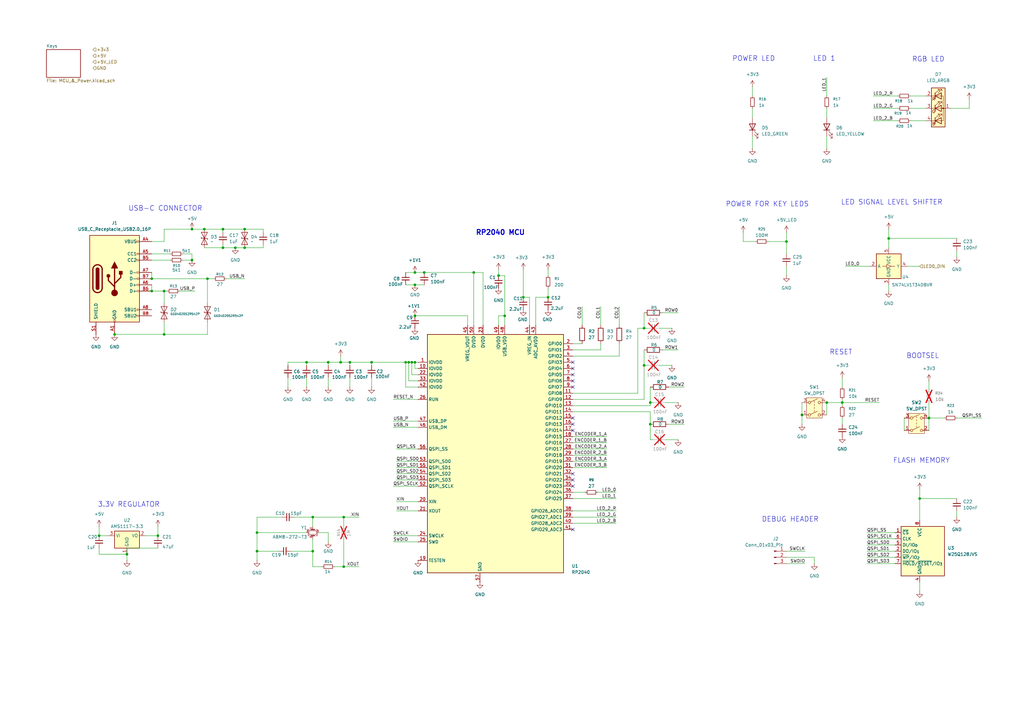
<source format=kicad_sch>
(kicad_sch (version 20250114) (generator "eeschema") (generator_version "9.0")
  (paper "A3")
  (text "RP2040 MCU" (at 205.232 95.504 0) (effects (font (size 2.032 2.032) (thickness 0.4064) (bold yes))))
  (text "LED SIGNAL LEVEL SHIFTER" (at 365.76 83.058 0) (effects (font (size 2.032 2.032))))
  (text "BOOTSEL" (at 378.46 146.05 0) (effects (font (size 2.032 2.032))))
  (text "POWER FOR KEY LEDS" (at 314.706 83.82 0) (effects (font (size 2.032 2.032))))
  (text "USB-C CONNECTOR" (at 67.818 85.598 0) (effects (font (size 2.032 2.032))))
  (text "3.3V REGULATOR" (at 52.832 207.01 0) (effects (font (size 2.032 2.032))))
  (text "RESET" (at 344.932 144.526 0) (effects (font (size 2.032 2.032))))
  (text "POWER LED" (at 309.118 24.13 0) (effects (font (size 2.032 2.032))))
  (text "FLASH MEMORY" (at 377.952 188.976 0) (effects (font (size 2.032 2.032))))
  (text "LED 1" (at 338.074 24.13 0) (effects (font (size 2.032 2.032))))
  (text "RGB LED" (at 380.746 24.384 0) (effects (font (size 2.032 2.032))))
  (text "DEBUG HEADER" (at 324.104 213.106 0) (effects (font (size 2.032 2.032))))
  (junction (at 168.91 148.59))
  (junction (at 170.18 129.54))
  (junction (at 100.33 93.98))
  (junction (at 194.31 111.76))
  (junction (at 105.41 226.06))
  (junction (at 264.16 149.86))
  (junction (at 143.51 148.59))
  (junction (at 91.44 93.98))
  (junction (at 167.64 148.59))
  (junction (at 78.74 93.98))
  (junction (at 166.37 148.59))
  (junction (at 67.31 119.38))
  (junction (at 105.41 218.44))
  (junction (at 204.47 113.03))
  (junction (at 381 171.45))
  (junction (at 134.62 148.59))
  (junction (at 328.93 170.18))
  (junction (at 83.82 93.98))
  (junction (at 322.58 99.06))
  (junction (at 128.27 212.09))
  (junction (at 62.23 119.38))
  (junction (at 207.01 129.54))
  (junction (at 152.4 148.59))
  (junction (at 64.77 219.71))
  (junction (at 85.09 114.3))
  (junction (at 52.07 227.33))
  (junction (at 140.97 232.41))
  (junction (at 78.74 106.68))
  (junction (at 67.31 137.16))
  (junction (at 96.52 101.6))
  (junction (at 100.33 101.6))
  (junction (at 364.49 97.79))
  (junction (at 266.7 165.1))
  (junction (at 46.99 137.16))
  (junction (at 264.16 134.62))
  (junction (at 139.7 148.59))
  (junction (at 377.19 204.47))
  (junction (at 40.64 219.71))
  (junction (at 170.18 116.84))
  (junction (at 128.27 226.06))
  (junction (at 91.44 101.6))
  (junction (at 170.18 111.76))
  (junction (at 173.99 111.76))
  (junction (at 214.63 121.92))
  (junction (at 170.18 148.59))
  (junction (at 140.97 212.09))
  (junction (at 62.23 114.3))
  (junction (at 339.09 165.1))
  (junction (at 224.79 121.92))
  (junction (at 266.7 173.99))
  (junction (at 125.73 148.59))
  (junction (at 345.44 165.1))
  (no_connect (at 234.95 148.59))
  (no_connect (at 234.95 153.67))
  (no_connect (at 234.95 173.99))
  (no_connect (at 234.95 151.13))
  (no_connect (at 234.95 199.39))
  (no_connect (at 234.95 194.31))
  (no_connect (at 234.95 156.21))
  (no_connect (at 234.95 176.53))
  (no_connect (at 234.95 171.45))
  (no_connect (at 234.95 217.17))
  (no_connect (at 234.95 196.85))
  (no_connect (at 234.95 158.75))
  (wire (pts (xy 246.38 125.73) (xy 246.38 133.35)))
  (wire (pts (xy 266.7 168.91) (xy 266.7 173.99)))
  (wire (pts (xy 162.56 205.74) (xy 171.45 205.74)))
  (wire (pts (xy 171.45 151.13) (xy 170.18 151.13)))
  (wire (pts (xy 96.52 101.6) (xy 100.33 101.6)))
  (wire (pts (xy 381 156.21) (xy 381 160.02)))
  (wire (pts (xy 254 140.97) (xy 254 146.05)))
  (wire (pts (xy 264.16 143.51) (xy 264.16 149.86)))
  (wire (pts (xy 355.6 220.98) (xy 367.03 220.98)))
  (wire (pts (xy 377.19 200.66) (xy 377.19 204.47)))
  (wire (pts (xy 166.37 111.76) (xy 170.18 111.76)))
  (wire (pts (xy 143.51 154.94) (xy 143.51 158.75)))
  (wire (pts (xy 264.16 163.83) (xy 264.16 149.86)))
  (wire (pts (xy 125.73 149.86) (xy 125.73 148.59)))
  (wire (pts (xy 339.09 165.1) (xy 339.09 170.18)))
  (wire (pts (xy 355.6 231.14) (xy 367.03 231.14)))
  (wire (pts (xy 304.8 99.06) (xy 309.88 99.06)))
  (wire (pts (xy 140.97 212.09) (xy 140.97 215.9)))
  (wire (pts (xy 219.71 121.92) (xy 224.79 121.92)))
  (wire (pts (xy 234.95 181.61) (xy 248.92 181.61)))
  (wire (pts (xy 217.17 121.92) (xy 214.63 121.92)))
  (wire (pts (xy 105.41 226.06) (xy 114.3 226.06)))
  (wire (pts (xy 358.14 49.53) (xy 368.3 49.53)))
  (wire (pts (xy 162.56 209.55) (xy 171.45 209.55)))
  (wire (pts (xy 322.58 226.06) (xy 330.2 226.06)))
  (wire (pts (xy 105.41 212.09) (xy 105.41 218.44)))
  (wire (pts (xy 266.7 180.34) (xy 267.97 180.34)))
  (wire (pts (xy 85.09 114.3) (xy 87.63 114.3)))
  (wire (pts (xy 377.19 204.47) (xy 392.43 204.47)))
  (wire (pts (xy 128.27 232.41) (xy 132.08 232.41)))
  (wire (pts (xy 128.27 212.09) (xy 140.97 212.09)))
  (wire (pts (xy 345.44 163.83) (xy 345.44 165.1)))
  (wire (pts (xy 234.95 189.23) (xy 248.92 189.23)))
  (wire (pts (xy 140.97 232.41) (xy 147.32 232.41)))
  (wire (pts (xy 140.97 212.09) (xy 147.32 212.09)))
  (wire (pts (xy 345.44 165.1) (xy 360.68 165.1)))
  (wire (pts (xy 266.7 165.1) (xy 267.97 165.1)))
  (wire (pts (xy 271.78 143.51) (xy 278.13 143.51)))
  (wire (pts (xy 346.71 109.22) (xy 356.87 109.22)))
  (wire (pts (xy 162.56 184.15) (xy 171.45 184.15)))
  (wire (pts (xy 345.44 171.45) (xy 345.44 173.99)))
  (wire (pts (xy 168.91 153.67) (xy 168.91 148.59)))
  (wire (pts (xy 59.69 219.71) (xy 64.77 219.71)))
  (wire (pts (xy 322.58 228.6) (xy 334.01 228.6)))
  (wire (pts (xy 364.49 97.79) (xy 364.49 101.6)))
  (wire (pts (xy 115.57 212.09) (xy 105.41 212.09)))
  (wire (pts (xy 214.63 110.49) (xy 214.63 121.92)))
  (wire (pts (xy 118.11 148.59) (xy 125.73 148.59)))
  (wire (pts (xy 166.37 158.75) (xy 166.37 148.59)))
  (wire (pts (xy 246.38 140.97) (xy 246.38 143.51)))
  (wire (pts (xy 308.61 44.45) (xy 308.61 48.26)))
  (wire (pts (xy 264.16 134.62) (xy 265.43 134.62)))
  (wire (pts (xy 170.18 116.84) (xy 173.99 116.84)))
  (wire (pts (xy 304.8 95.25) (xy 304.8 99.06)))
  (wire (pts (xy 62.23 111.76) (xy 62.23 114.3)))
  (wire (pts (xy 73.66 119.38) (xy 80.01 119.38)))
  (wire (pts (xy 85.09 114.3) (xy 85.09 124.46)))
  (wire (pts (xy 339.09 44.45) (xy 339.09 48.26)))
  (wire (pts (xy 339.09 55.88) (xy 339.09 60.96)))
  (wire (pts (xy 162.56 191.77) (xy 171.45 191.77)))
  (wire (pts (xy 40.64 227.33) (xy 52.07 227.33)))
  (wire (pts (xy 161.29 163.83) (xy 171.45 163.83)))
  (wire (pts (xy 234.95 143.51) (xy 246.38 143.51)))
  (wire (pts (xy 234.95 140.97) (xy 238.76 140.97)))
  (wire (pts (xy 128.27 212.09) (xy 120.65 212.09)))
  (wire (pts (xy 364.49 116.84) (xy 364.49 119.38)))
  (wire (pts (xy 377.19 238.76) (xy 377.19 242.57)))
  (wire (pts (xy 355.6 228.6) (xy 367.03 228.6)))
  (wire (pts (xy 261.62 161.29) (xy 261.62 134.62)))
  (wire (pts (xy 107.95 101.6) (xy 100.33 101.6)))
  (wire (pts (xy 224.79 110.49) (xy 224.79 113.03)))
  (wire (pts (xy 162.56 189.23) (xy 171.45 189.23)))
  (wire (pts (xy 161.29 175.26) (xy 171.45 175.26)))
  (wire (pts (xy 234.95 166.37) (xy 266.7 166.37)))
  (wire (pts (xy 358.14 44.45) (xy 368.3 44.45)))
  (wire (pts (xy 134.62 218.44) (xy 134.62 222.25)))
  (wire (pts (xy 373.38 49.53) (xy 379.73 49.53)))
  (wire (pts (xy 345.44 154.94) (xy 345.44 158.75)))
  (wire (pts (xy 194.31 111.76) (xy 194.31 133.35)))
  (wire (pts (xy 381 171.45) (xy 387.35 171.45)))
  (wire (pts (xy 170.18 151.13) (xy 170.18 148.59)))
  (wire (pts (xy 234.95 201.93) (xy 240.03 201.93)))
  (wire (pts (xy 67.31 137.16) (xy 67.31 132.08)))
  (wire (pts (xy 364.49 93.98) (xy 364.49 97.79)))
  (wire (pts (xy 152.4 154.94) (xy 152.4 158.75)))
  (wire (pts (xy 152.4 149.86) (xy 152.4 148.59)))
  (wire (pts (xy 67.31 119.38) (xy 68.58 119.38)))
  (wire (pts (xy 389.89 44.45) (xy 397.51 44.45)))
  (wire (pts (xy 78.74 93.98) (xy 83.82 93.98)))
  (wire (pts (xy 339.09 165.1) (xy 345.44 165.1)))
  (wire (pts (xy 266.7 173.99) (xy 266.7 180.34)))
  (wire (pts (xy 373.38 39.37) (xy 379.73 39.37)))
  (wire (pts (xy 161.29 222.25) (xy 171.45 222.25)))
  (wire (pts (xy 173.99 111.76) (xy 194.31 111.76)))
  (wire (pts (xy 152.4 148.59) (xy 166.37 148.59)))
  (wire (pts (xy 334.01 228.6) (xy 334.01 231.14)))
  (wire (pts (xy 207.01 113.03) (xy 204.47 113.03)))
  (wire (pts (xy 91.44 93.98) (xy 91.44 95.25)))
  (wire (pts (xy 345.44 165.1) (xy 345.44 166.37)))
  (wire (pts (xy 62.23 99.06) (xy 67.31 99.06)))
  (wire (pts (xy 219.71 133.35) (xy 219.71 121.92)))
  (wire (pts (xy 372.11 109.22) (xy 377.19 109.22)))
  (wire (pts (xy 234.95 161.29) (xy 261.62 161.29)))
  (wire (pts (xy 105.41 218.44) (xy 105.41 226.06)))
  (wire (pts (xy 170.18 148.59) (xy 168.91 148.59)))
  (wire (pts (xy 91.44 100.33) (xy 91.44 101.6)))
  (wire (pts (xy 224.79 118.11) (xy 224.79 121.92)))
  (wire (pts (xy 91.44 93.98) (xy 100.33 93.98)))
  (wire (pts (xy 270.51 149.86) (xy 275.59 149.86)))
  (wire (pts (xy 52.07 227.33) (xy 52.07 229.87)))
  (wire (pts (xy 40.64 219.71) (xy 44.45 219.71)))
  (wire (pts (xy 194.31 111.76) (xy 198.12 111.76)))
  (wire (pts (xy 273.05 165.1) (xy 278.13 165.1)))
  (wire (pts (xy 166.37 116.84) (xy 170.18 116.84)))
  (wire (pts (xy 171.45 148.59) (xy 170.18 148.59)))
  (wire (pts (xy 46.99 137.16) (xy 67.31 137.16)))
  (wire (pts (xy 314.96 99.06) (xy 322.58 99.06)))
  (wire (pts (xy 381 165.1) (xy 381 171.45)))
  (wire (pts (xy 67.31 93.98) (xy 67.31 99.06)))
  (wire (pts (xy 322.58 99.06) (xy 322.58 104.14)))
  (wire (pts (xy 170.18 111.76) (xy 173.99 111.76)))
  (wire (pts (xy 270.51 134.62) (xy 275.59 134.62)))
  (wire (pts (xy 322.58 95.25) (xy 322.58 99.06)))
  (wire (pts (xy 191.77 133.35) (xy 191.77 129.54)))
  (wire (pts (xy 207.01 133.35) (xy 207.01 129.54)))
  (wire (pts (xy 234.95 209.55) (xy 252.73 209.55)))
  (wire (pts (xy 234.95 163.83) (xy 264.16 163.83)))
  (wire (pts (xy 105.41 218.44) (xy 125.73 218.44)))
  (wire (pts (xy 238.76 125.73) (xy 238.76 133.35)))
  (wire (pts (xy 271.78 128.27) (xy 278.13 128.27)))
  (wire (pts (xy 308.61 55.88) (xy 308.61 60.96)))
  (wire (pts (xy 161.29 172.72) (xy 171.45 172.72)))
  (wire (pts (xy 100.33 93.98) (xy 107.95 93.98)))
  (wire (pts (xy 322.58 109.22) (xy 322.58 113.03)))
  (wire (pts (xy 322.58 231.14) (xy 330.2 231.14)))
  (wire (pts (xy 234.95 168.91) (xy 266.7 168.91)))
  (wire (pts (xy 118.11 149.86) (xy 118.11 148.59)))
  (wire (pts (xy 204.47 110.49) (xy 204.47 113.03)))
  (wire (pts (xy 364.49 97.79) (xy 392.43 97.79)))
  (wire (pts (xy 64.77 224.79) (xy 52.07 224.79)))
  (wire (pts (xy 52.07 224.79) (xy 52.07 227.33)))
  (wire (pts (xy 91.44 101.6) (xy 96.52 101.6)))
  (wire (pts (xy 273.05 180.34) (xy 278.13 180.34)))
  (wire (pts (xy 234.95 184.15) (xy 248.92 184.15)))
  (wire (pts (xy 62.23 116.84) (xy 62.23 119.38)))
  (wire (pts (xy 140.97 220.98) (xy 140.97 232.41)))
  (wire (pts (xy 392.43 102.87) (xy 392.43 105.41)))
  (wire (pts (xy 234.95 146.05) (xy 254 146.05)))
  (wire (pts (xy 105.41 226.06) (xy 105.41 229.87)))
  (wire (pts (xy 128.27 226.06) (xy 128.27 232.41)))
  (wire (pts (xy 339.09 31.75) (xy 339.09 39.37)))
  (wire (pts (xy 134.62 154.94) (xy 134.62 158.75)))
  (wire (pts (xy 161.29 219.71) (xy 171.45 219.71)))
  (wire (pts (xy 266.7 165.1) (xy 266.7 166.37)))
  (wire (pts (xy 204.47 129.54) (xy 204.47 133.35)))
  (wire (pts (xy 74.93 104.14) (xy 78.74 104.14)))
  (wire (pts (xy 67.31 93.98) (xy 78.74 93.98)))
  (wire (pts (xy 162.56 194.31) (xy 171.45 194.31)))
  (wire (pts (xy 261.62 134.62) (xy 264.16 134.62)))
  (wire (pts (xy 85.09 132.08) (xy 85.09 137.16)))
  (wire (pts (xy 64.77 215.9) (xy 64.77 219.71)))
  (wire (pts (xy 67.31 119.38) (xy 67.31 124.46)))
  (wire (pts (xy 358.14 39.37) (xy 368.3 39.37)))
  (wire (pts (xy 191.77 129.54) (xy 170.18 129.54)))
  (wire (pts (xy 78.74 104.14) (xy 78.74 106.68)))
  (wire (pts (xy 234.95 191.77) (xy 248.92 191.77)))
  (wire (pts (xy 355.6 223.52) (xy 367.03 223.52)))
  (wire (pts (xy 134.62 148.59) (xy 125.73 148.59)))
  (wire (pts (xy 128.27 215.9) (xy 128.27 212.09)))
  (wire (pts (xy 139.7 148.59) (xy 134.62 148.59)))
  (wire (pts (xy 107.95 100.33) (xy 107.95 101.6)))
  (wire (pts (xy 234.95 204.47) (xy 252.73 204.47)))
  (wire (pts (xy 128.27 220.98) (xy 128.27 226.06)))
  (wire (pts (xy 107.95 93.98) (xy 107.95 95.25)))
  (wire (pts (xy 40.64 224.79) (xy 40.64 227.33)))
  (wire (pts (xy 168.91 148.59) (xy 167.64 148.59)))
  (wire (pts (xy 198.12 111.76) (xy 198.12 133.35)))
  (wire (pts (xy 217.17 133.35) (xy 217.17 121.92)))
  (wire (pts (xy 204.47 129.54) (xy 207.01 129.54)))
  (wire (pts (xy 234.95 214.63) (xy 252.73 214.63)))
  (wire (pts (xy 74.93 106.68) (xy 78.74 106.68)))
  (wire (pts (xy 264.16 149.86) (xy 265.43 149.86)))
  (wire (pts (xy 355.6 226.06) (xy 367.03 226.06)))
  (wire (pts (xy 171.45 153.67) (xy 168.91 153.67)))
  (wire (pts (xy 119.38 226.06) (xy 128.27 226.06)))
  (wire (pts (xy 40.64 215.9) (xy 40.64 219.71)))
  (wire (pts (xy 161.29 199.39) (xy 171.45 199.39)))
  (wire (pts (xy 355.6 218.44) (xy 367.03 218.44)))
  (wire (pts (xy 266.7 158.75) (xy 266.7 165.1)))
  (wire (pts (xy 234.95 179.07) (xy 248.92 179.07)))
  (wire (pts (xy 125.73 154.94) (xy 125.73 158.75)))
  (wire (pts (xy 392.43 171.45) (xy 402.59 171.45)))
  (wire (pts (xy 245.11 201.93) (xy 252.73 201.93)))
  (wire (pts (xy 167.64 156.21) (xy 167.64 148.59)))
  (wire (pts (xy 62.23 106.68) (xy 69.85 106.68)))
  (wire (pts (xy 234.95 186.69) (xy 248.92 186.69)))
  (wire (pts (xy 85.09 137.16) (xy 67.31 137.16)))
  (wire (pts (xy 381 171.45) (xy 381 176.53)))
  (wire (pts (xy 373.38 44.45) (xy 379.73 44.45)))
  (wire (pts (xy 392.43 209.55) (xy 392.43 212.09)))
  (wire (pts (xy 377.19 204.47) (xy 377.19 213.36)))
  (wire (pts (xy 308.61 35.56) (xy 308.61 39.37)))
  (wire (pts (xy 62.23 114.3) (xy 85.09 114.3)))
  (wire (pts (xy 167.64 148.59) (xy 166.37 148.59)))
  (wire (pts (xy 152.4 148.59) (xy 143.51 148.59)))
  (wire (pts (xy 397.51 40.64) (xy 397.51 44.45)))
  (wire (pts (xy 134.62 149.86) (xy 134.62 148.59)))
  (wire (pts (xy 137.16 232.41) (xy 140.97 232.41)))
  (wire (pts (xy 130.81 218.44) (xy 134.62 218.44)))
  (wire (pts (xy 234.95 212.09) (xy 252.73 212.09)))
  (wire (pts (xy 83.82 93.98) (xy 91.44 93.98)))
  (wire (pts (xy 92.71 114.3) (xy 100.33 114.3)))
  (wire (pts (xy 171.45 158.75) (xy 166.37 158.75)))
  (wire (pts (xy 264.16 128.27) (xy 264.16 134.62)))
  (wire (pts (xy 254 125.73) (xy 254 133.35)))
  (wire (pts (xy 274.32 173.99) (xy 280.67 173.99)))
  (wire (pts (xy 370.84 171.45) (xy 370.84 176.53)))
  (wire (pts (xy 162.56 196.85) (xy 171.45 196.85)))
  (wire (pts (xy 83.82 101.6) (xy 91.44 101.6)))
  (wire (pts (xy 62.23 104.14) (xy 69.85 104.14)))
  (wire (pts (xy 118.11 154.94) (xy 118.11 158.75)))
  (wire (pts (xy 328.93 170.18) (xy 328.93 173.99)))
  (wire (pts (xy 143.51 149.86) (xy 143.51 148.59)))
  (wire (pts (xy 62.23 119.38) (xy 67.31 119.38)))
  (wire (pts (xy 143.51 148.59) (xy 139.7 148.59)))
  (wire (pts (xy 139.7 146.05) (xy 139.7 148.59)))
  (wire (pts (xy 274.32 158.75) (xy 280.67 158.75)))
  (wire (pts (xy 207.01 129.54) (xy 207.01 113.03)))
  (wire (pts (xy 171.45 156.21) (xy 167.64 156.21)))
  (wire (pts (xy 328.93 165.1) (xy 328.93 170.18)))
  (label "USB_N" (at 100.33 114.3 180))
  (label "USB_N" (at 161.29 175.26 0))
  (label "QSPI_SS" (at 355.6 218.44 0))
  (label "ROW1" (at 278.13 143.51 180))
  (label "LED_0" (at 252.73 201.93 180))
  (label "QSPI_SD3" (at 162.56 196.85 0))
  (label "LED_0" (at 346.71 109.22 0))
  (label "QSPI_SD0" (at 355.6 223.52 0))
  (label "RESET_N" (at 161.29 163.83 0))
  (label "USB_P" (at 161.29 172.72 0))
  (label "SWDIO" (at 161.29 222.25 0))
  (label "SWCLK" (at 161.29 219.71 0))
  (label "LED_1" (at 339.09 31.75 270))
  (label "ENCODER_3_A" (at 248.92 189.23 180))
  (label "LED_2_B" (at 252.73 214.63 180))
  (label "QSPI_SS" (at 402.59 171.45 180))
  (label "ROW0" (at 278.13 128.27 180))
  (label "SWCLK" (at 330.2 226.06 180))
  (label "LED_2_R" (at 358.14 39.37 0))
  (label "COL0" (at 238.76 125.73 270))
  (label "ROW2" (at 280.67 158.75 180))
  (label "XIN" (at 162.56 205.74 0))
  (label "QSPI_SD3" (at 355.6 231.14 0))
  (label "ENCODER_1_A" (at 248.92 179.07 180))
  (label "LED_1" (at 252.73 204.47 180))
  (label "COL2" (at 254 125.73 270))
  (label "QSPI_SCLK" (at 161.29 199.39 0))
  (label "XOUT" (at 162.56 209.55 0))
  (label "QSPI_SD0" (at 162.56 189.23 0))
  (label "QSPI_SD2" (at 355.6 228.6 0))
  (label "ENCODER_3_B" (at 248.92 191.77 180))
  (label "QSPI_SS" (at 162.56 184.15 0))
  (label "COL1" (at 246.38 125.73 270))
  (label "QSPI_SCLK" (at 355.6 220.98 0))
  (label "QSPI_SD1" (at 162.56 191.77 0))
  (label "ENCODER_2_A" (at 248.92 184.15 180))
  (label "XIN" (at 147.32 212.09 180))
  (label "LED_2_G" (at 358.14 44.45 0))
  (label "QSPI_SD1" (at 355.6 226.06 0))
  (label "QSPI_SD2" (at 162.56 194.31 0))
  (label "XOUT" (at 147.32 232.41 180))
  (label "ROW3" (at 280.67 173.99 180))
  (label "ENCODER_2_B" (at 248.92 186.69 180))
  (label "RESET" (at 360.68 165.1 180))
  (label "LED_2_B" (at 358.14 49.53 0))
  (label "USB_P" (at 80.01 119.38 180))
  (label "SWDIO" (at 330.2 231.14 180))
  (label "LED_2_R" (at 252.73 209.55 180))
  (label "ENCODER_1_B" (at 248.92 181.61 180))
  (label "LED_2_G" (at 252.73 212.09 180))
  (hierarchical_label "GND" (shape input) (at 38.1 27.94 0))
  (hierarchical_label "+3v3" (shape input) (at 38.1 20.32 0))
  (hierarchical_label "+5V_LED" (shape input) (at 38.1 25.4 0))
  (hierarchical_label "+5V" (shape input) (at 38.1 22.86 0))
  (hierarchical_label "LED0_DIN" (shape input) (at 377.19 109.22 0))
  (symbol (lib_id "power:GND") (at 345.44 179.07 0) (unit 1)
    (property "Reference" "#PWR045" (effects (hide yes)))
    (property "Value" "GND" (at 345.44 184.15 0))
    (property "Description" "Power symbol creates a global label with name \"GND\" , ground" (effects (hide yes)))
  )
  (symbol (lib_id "Device:R_Small") (at 134.62 232.41 90) (unit 1)
    (property "Reference" "R14" (at 134.62 230.378 90) (effects (font (size 1.016 1.016))))
    (property "Value" "1k" (at 134.366 234.442 90))
    (property "Description" "Resistor, small symbol" (effects (hide yes)))
  )
  (symbol (lib_id "power:GND") (at 170.18 116.84 0) (unit 1)
    (property "Reference" "#PWR06" (effects (hide yes)))
    (property "Value" "GND" (at 170.18 120.904 0))
    (property "Description" "Power symbol creates a global label with name \"GND\" , ground" (effects (hide yes)))
  )
  (symbol (lib_id "Device:C_Small") (at 270.51 165.1 90) (unit 1) (dnp yes)
    (property "Reference" "C15" (at 270.51 161.798 90))
    (property "Value" "100nF" (at 270.764 168.91 90))
    (property "Description" "Unpolarized capacitor, small symbol" (effects (hide yes)))
  )
  (symbol (lib_id "power:GND") (at 105.41 229.87 0) (unit 1)
    (property "Reference" "#PWR028" (effects (hide yes)))
    (property "Value" "GND" (at 105.41 234.95 0))
    (property "Description" "Power symbol creates a global label with name \"GND\" , ground" (effects (hide yes)))
  )
  (symbol (lib_id "Device:C_Small") (at 267.97 149.86 90) (unit 1) (dnp yes)
    (property "Reference" "C14" (at 267.97 146.558 90))
    (property "Value" "100nF" (at 268.224 153.67 90))
    (property "Description" "Unpolarized capacitor, small symbol" (effects (hide yes)))
  )
  (symbol (lib_id "Device:C_Small") (at 392.43 207.01 0) (unit 1)
    (property "Reference" "C22" (at 394.97 205.7462 0) (effects (justify left)))
    (property "Value" "100nF" (at 394.97 208.2862 0) (effects (justify left)))
    (property "Description" "Unpolarized capacitor, small symbol" (effects (hide yes)))
  )
  (symbol (lib_id "power:GND") (at 134.62 158.75 0) (unit 1)
    (property "Reference" "#PWR08" (effects (hide yes)))
    (property "Value" "GND" (at 134.62 163.83 0))
    (property "Description" "Power symbol creates a global label with name \"GND\" , ground" (effects (hide yes)))
  )
  (symbol (lib_id "Device:C_Small") (at 170.18 132.08 0) (unit 1)
    (property "Reference" "C9" (at 166.624 130.302 0) (effects (justify left)))
    (property "Value" "2.2uF" (at 163.576 134.112 0) (effects (justify left)))
    (property "Description" "Unpolarized capacitor, small symbol" (effects (hide yes)))
  )
  (symbol (lib_id "power:GND") (at 275.59 149.86 0) (unit 1)
    (property "Reference" "#PWR021" (effects (hide yes)))
    (property "Value" "GND" (at 275.59 154.94 0))
    (property "Description" "Power symbol creates a global label with name \"GND\" , ground" (effects (hide yes)))
  )
  (symbol (lib_id "power:GND") (at 278.13 180.34 0) (unit 1)
    (property "Reference" "#PWR023" (effects (hide yes)))
    (property "Value" "GND" (at 278.13 185.42 0))
    (property "Description" "Power symbol creates a global label with name \"GND\" , ground" (effects (hide yes)))
  )
  (symbol (lib_id "Device:R_Small") (at 72.39 104.14 90) (unit 1)
    (property "Reference" "R11" (at 68.58 102.87 90) (effects (font (size 1.016 1.016))))
    (property "Value" "5k1" (at 76.454 102.87 90))
    (property "Description" "Resistor, small symbol" (effects (hide yes)))
  )
  (symbol (lib_id "Device:C_Small") (at 270.51 180.34 90) (unit 1) (dnp yes)
    (property "Reference" "C16" (at 270.51 177.038 90))
    (property "Value" "100nF" (at 270.764 184.15 90))
    (property "Description" "Unpolarized capacitor, small symbol" (effects (hide yes)))
  )
  (symbol (lib_id "power:+5V") (at 78.74 93.98 0) (unit 1)
    (property "Reference" "#PWR025" (effects (hide yes)))
    (property "Value" "+5V" (at 78.74 89.662 0))
    (property "Description" "Power symbol creates a global label with name \"+5V\"" (effects (hide yes)))
  )
  (symbol (lib_id "power:GND") (at 334.01 231.14 0) (unit 1)
    (property "Reference" "#PWR047" (effects (hide yes)))
    (property "Value" "GND" (at 334.01 236.22 0))
    (property "Description" "Power symbol creates a global label with name \"GND\" , ground" (effects (hide yes)))
  )
  (symbol (lib_id "Device:C_Small") (at 345.44 176.53 180) (unit 1)
    (property "Reference" "C24" (at 347.98 175.2535 0) (effects (justify right)))
    (property "Value" "100nF" (at 347.98 177.7935 0) (effects (justify right)))
    (property "Description" "Unpolarized capacitor, small symbol" (effects (hide yes)))
  )
  (symbol (lib_id "power:+3V3") (at 214.63 110.49 0) (unit 1)
    (property "Reference" "#PWR015" (effects (hide yes)))
    (property "Value" "+3V3" (at 213.868 105.664 0))
    (property "Description" "Power symbol creates a global label with name \"+3V3\"" (effects (hide yes)))
  )
  (symbol (lib_id "power:+3V3") (at 377.19 200.66 0) (unit 1)
    (property "Reference" "#PWR038" (effects (hide yes)))
    (property "Value" "+3V3" (at 377.19 195.58 0))
    (property "Description" "Power symbol creates a global label with name \"+3V3\"" (effects (hide yes)))
  )
  (symbol (lib_id "power:GND") (at 204.47 118.11 0) (unit 1)
    (property "Reference" "#PWR01" (effects (hide yes)))
    (property "Value" "GND" (at 204.47 123.19 0))
    (property "Description" "Power symbol creates a global label with name \"GND\" , ground" (effects (hide yes)))
  )
  (symbol (lib_id "power:GND") (at 339.09 60.96 0) (unit 1)
    (property "Reference" "#PWR035" (effects (hide yes)))
    (property "Value" "GND" (at 339.09 66.04 0))
    (property "Description" "Power symbol creates a global label with name \"GND\" , ground" (effects (hide yes)))
  )
  (symbol (lib_id "power:+5V") (at 364.49 93.98 0) (unit 1)
    (property "Reference" "#PWR041" (effects (hide yes)))
    (property "Value" "+5V" (at 364.49 88.9 0))
    (property "Description" "Power symbol creates a global label with name \"+5V\"" (effects (hide yes)))
  )
  (symbol (lib_id "Device:C_Small") (at 91.44 97.79 0) (unit 1)
    (property "Reference" "C17" (at 93.98 96.5262 0) (effects (justify left)))
    (property "Value" "1uF" (at 93.98 99.0662 0) (effects (justify left)))
    (property "Description" "Unpolarized capacitor, small symbol" (effects (hide yes)))
  )
  (symbol (lib_id "Device:R") (at 238.76 137.16 180) (unit 1)
    (property "Reference" "R2" (at 241.3 135.8899 0) (effects (justify right)))
    (property "Value" "27" (at 241.3 138.4299 0) (effects (justify right)))
    (property "Description" "Resistor" (effects (hide yes)))
  )
  (symbol (lib_id "Device:C_Small") (at 173.99 114.3 0) (unit 1)
    (property "Reference" "C7" (at 176.53 113.0362 0) (effects (justify left)))
    (property "Value" "100nF" (at 176.53 115.5762 0) (effects (justify left)))
    (property "Description" "Unpolarized capacitor, small symbol" (effects (hide yes)))
  )
  (symbol (lib_id "Device:R") (at 270.51 173.99 270) (unit 1)
    (property "Reference" "R8" (at 270.764 171.958 90))
    (property "Value" "0" (at 270.764 173.99 90))
    (property "Description" "Resistor" (effects (hide yes)))
  )
  (symbol (lib_id "power:+5V") (at 304.8 95.25 0) (unit 1)
    (property "Reference" "#PWR048" (effects (hide yes)))
    (property "Value" "+5V" (at 304.8 90.17 0))
    (property "Description" "Power symbol creates a global label with name \"+5V\"" (effects (hide yes)))
  )
  (symbol (lib_id "power:GND") (at 224.79 127 0) (unit 1)
    (property "Reference" "#PWR017" (effects (hide yes)))
    (property "Value" "GND" (at 224.536 131.064 0))
    (property "Description" "Power symbol creates a global label with name \"GND\" , ground" (effects (hide yes)))
  )
  (symbol (lib_id "Diode:SMAJ5.0CA") (at 100.33 97.79 90) (unit 1)
    (property "Reference" "D4" (at 102.87 97.1549 90) (effects (justify right)))
    (property "Value" "~" (at 102.87 99.06 90) (effects (justify right)))
    (property "Footprint" "Diode_SMD:D_SMA" (effects (hide yes)))
    (property "Datasheet" "https://www.littelfuse.com/media?resourcetype=datasheets&itemid=75e32973-b177-4ee3-a0ff-cedaf1abdb93&filename=smaj-datasheet" (effects (hide yes)))
    (property "Description" "400W bidirectional Transient Voltage Suppressor, 5.0Vr, SMA(DO-214AC)" (effects (hide yes)))
  )
  (symbol (lib_id "Device:Crystal_GND24_Small") (at 128.27 218.44 270) (unit 1)
    (property "Reference" "Y1" (at 124.714 216.408 90))
    (property "Value" "ABM8-272-T3" (at 118.872 220.218 90))
    (property "Description" "Four pin crystal, GND on pins 2 and 4, small symbol" (effects (hide yes)))
  )
  (symbol (lib_id "Connector:Conn_01x03_Pin") (at 317.5 228.6 0) (unit 1)
    (property "Reference" "J2" (at 318.135 220.98 0))
    (property "Value" "Conn_01x03_Pin" (at 313.436 223.52 0))
    (property "Description" "Generic connector, single row, 01x03, script generated" (effects (hide yes)))
  )
  (symbol (lib_id "power:GND") (at 134.62 222.25 0) (unit 1)
    (property "Reference" "#PWR029" (effects (hide yes)))
    (property "Value" "GND" (at 134.62 226.06 0))
    (property "Description" "Power symbol creates a global label with name \"GND\" , ground" (effects (hide yes)))
  )
  (symbol (lib_id "power:+3V3") (at 204.47 110.49 0) (unit 1)
    (property "Reference" "#PWR02" (effects (hide yes)))
    (property "Value" "+3V3" (at 204.47 105.41 0))
    (property "Description" "Power symbol creates a global label with name \"+3V3\"" (effects (hide yes)))
  )
  (symbol (lib_id "power:GND") (at 39.37 137.16 0) (unit 1)
    (property "Reference" "#PWR019" (effects (hide yes)))
    (property "Value" "GND" (at 39.37 142.24 0))
    (property "Description" "Power symbol creates a global label with name \"GND\" , ground" (effects (hide yes)))
  )
  (symbol (lib_id "Device:C_Small") (at 116.84 226.06 90) (unit 1)
    (property "Reference" "C19" (at 115.316 227.584 90) (effects (justify left)))
    (property "Value" "15pF" (at 122.682 227.584 90) (effects (justify left)))
    (property "Description" "Unpolarized capacitor, small symbol" (effects (hide yes)))
  )
  (symbol (lib_id "power:GND") (at 364.49 119.38 0) (unit 1)
    (property "Reference" "#PWR040" (effects (hide yes)))
    (property "Value" "GND" (at 364.49 124.46 0))
    (property "Description" "Power symbol creates a global label with name \"GND\" , ground" (effects (hide yes)))
  )
  (symbol (lib_id "Device:C_Small") (at 267.97 134.62 90) (unit 1) (dnp yes)
    (property "Reference" "C13" (at 267.97 131.318 90))
    (property "Value" "100nF" (at 268.224 138.43 90))
    (property "Description" "Unpolarized capacitor, small symbol" (effects (hide yes)))
  )
  (symbol (lib_id "Device:R_Small") (at 224.79 115.57 0) (unit 1)
    (property "Reference" "R1" (at 227.33 114.2999 0) (effects (font (size 1.016 1.016)) (justify left)))
    (property "Value" "200" (at 227.33 116.8399 0) (effects (justify left)))
    (property "Description" "Resistor, small symbol" (effects (hide yes)))
  )
  (symbol (lib_id "power:GND") (at 328.93 173.99 0) (unit 1)
    (property "Reference" "#PWR043" (effects (hide yes)))
    (property "Value" "GND" (at 328.93 179.07 0))
    (property "Description" "Power symbol creates a global label with name \"GND\" , ground" (effects (hide yes)))
  )
  (symbol (lib_id "power:GND") (at 392.43 212.09 0) (unit 1)
    (property "Reference" "#PWR039" (effects (hide yes)))
    (property "Value" "GND" (at 392.43 217.17 0))
    (property "Description" "Power symbol creates a global label with name \"GND\" , ground" (effects (hide yes)))
  )
  (symbol (lib_id "Device:R") (at 246.38 137.16 180) (unit 1)
    (property "Reference" "R3" (at 248.92 135.8899 0) (effects (justify right)))
    (property "Value" "27" (at 248.92 138.4299 0) (effects (justify right)))
    (property "Description" "Resistor" (effects (hide yes)))
  )
  (symbol (lib_id "Diode:SMAJ5.0CA") (at 83.82 97.79 90) (unit 1)
    (property "Reference" "D3" (at 86.36 97.1549 90) (effects (justify right)))
    (property "Value" "~" (at 86.36 99.06 90) (effects (justify right)))
    (property "Footprint" "Diode_SMD:D_SMA" (effects (hide yes)))
    (property "Datasheet" "https://www.littelfuse.com/media?resourcetype=datasheets&itemid=75e32973-b177-4ee3-a0ff-cedaf1abdb93&filename=smaj-datasheet" (effects (hide yes)))
    (property "Description" "400W bidirectional Transient Voltage Suppressor, 5.0Vr, SMA(DO-214AC)" (effects (hide yes)))
  )
  (symbol (lib_id "Device:C_Small") (at 64.77 222.25 0) (unit 1)
    (property "Reference" "C21" (at 66.548 220.218 0) (effects (justify left)))
    (property "Value" "47uF" (at 66.548 224.282 0) (effects (justify left)))
    (property "Description" "Unpolarized capacitor, small symbol" (effects (hide yes)))
  )
  (symbol (lib_id "Device:LED_ARGB") (at 384.81 44.45 0) (unit 1)
    (property "Reference" "D7" (at 384.81 30.48 0))
    (property "Value" "LED_ARGB" (at 384.81 33.02 0))
    (property "Description" "RGB LED, anode/red/green/blue" (effects (hide yes)))
  )
  (symbol (lib_id "power:GND") (at 214.63 127 0) (unit 1)
    (property "Reference" "#PWR016" (effects (hide yes)))
    (property "Value" "GND" (at 214.376 131.064 0))
    (property "Description" "Power symbol creates a global label with name \"GND\" , ground" (effects (hide yes)))
  )
  (symbol (lib_id "Device:C_Small") (at 118.11 152.4 0) (unit 1)
    (property "Reference" "C6" (at 120.396 152.4 0) (effects (justify left)))
    (property "Value" "100nF" (at 119.634 154.686 0) (effects (justify left)))
    (property "Description" "Unpolarized capacitor, small symbol" (effects (hide yes)))
  )
  (symbol (lib_id "Device:C_Small") (at 125.73 152.4 0) (unit 1)
    (property "Reference" "C5" (at 128.016 152.4 0) (effects (justify left)))
    (property "Value" "100nF" (at 127.254 154.686 0) (effects (justify left)))
    (property "Description" "Unpolarized capacitor, small symbol" (effects (hide yes)))
  )
  (symbol (lib_id "Device:R_Small") (at 140.97 218.44 180) (unit 1) (dnp yes)
    (property "Reference" "R15" (at 138.938 218.44 90) (effects (font (size 1.016 1.016))))
    (property "Value" "1M" (at 143.002 218.694 90))
    (property "Description" "Resistor, small symbol" (effects (hide yes)))
  )
  (symbol (lib_id "Device:C_Small") (at 118.11 212.09 90) (unit 1)
    (property "Reference" "C10" (at 116.84 210.566 90) (effects (justify left)))
    (property "Value" "15pF" (at 123.952 210.566 90) (effects (justify left)))
    (property "Description" "Unpolarized capacitor, small symbol" (effects (hide yes)))
  )
  (symbol (lib_id "Device:C_Small") (at 143.51 152.4 0) (unit 1)
    (property "Reference" "C3" (at 145.796 152.4 0) (effects (justify left)))
    (property "Value" "100nF" (at 145.034 154.686 0) (effects (justify left)))
    (property "Description" "Unpolarized capacitor, small symbol" (effects (hide yes)))
  )
  (symbol (lib_id "Device:R_Small") (at 71.12 119.38 90) (unit 1)
    (property "Reference" "R13" (at 71.12 117.348 90) (effects (font (size 1.016 1.016))))
    (property "Value" "27" (at 71.12 121.666 90))
    (property "Description" "Resistor, small symbol" (effects (hide yes)))
  )
  (symbol (lib_id "Device:R_Small") (at 370.84 49.53 90) (unit 1)
    (property "Reference" "R20" (at 369.062 51.816 90) (effects (font (size 1.016 1.016))))
    (property "Value" "1k" (at 373.126 51.562 90))
    (property "Description" "Resistor, small symbol" (effects (hide yes)))
  )
  (symbol (lib_id "power:+3V3") (at 170.18 129.54 0) (unit 1)
    (property "Reference" "#PWR014" (effects (hide yes)))
    (property "Value" "+1V1" (at 169.672 125.476 0))
    (property "Description" "Power symbol creates a global label with name \"+3V3\"" (effects (hide yes)))
  )
  (symbol (lib_id "Device:R") (at 267.97 128.27 270) (unit 1)
    (property "Reference" "R5" (at 268.224 126.238 90))
    (property "Value" "0" (at 268.224 128.27 90))
    (property "Description" "Resistor" (effects (hide yes)))
  )
  (symbol (lib_id "Switch:SW_DPST") (at 334.01 167.64 0) (unit 1)
    (property "Reference" "SW1" (at 334.01 158.75 0))
    (property "Value" "SW_DPST" (at 334.01 161.29 0))
    (property "Description" "Double Pole Single Throw (DPST) Switch" (effects (hide yes)))
  )
  (symbol (lib_id "power:GND") (at 308.61 60.96 0) (unit 1)
    (property "Reference" "#PWR033" (effects (hide yes)))
    (property "Value" "GND" (at 308.61 66.04 0))
    (property "Description" "Power symbol creates a global label with name \"GND\" , ground" (effects (hide yes)))
  )
  (symbol (lib_id "Device:R_Small") (at 381 162.56 0) (unit 1) (dnp yes)
    (property "Reference" "R24" (at 383.54 161.2899 0) (effects (font (size 1.016 1.016)) (justify left)))
    (property "Value" "10k" (at 383.54 163.8299 0) (effects (justify left)))
    (property "Description" "Resistor, small symbol" (effects (hide yes)))
  )
  (symbol (lib_id "power:+3V3") (at 308.61 35.56 0) (unit 1)
    (property "Reference" "#PWR034" (effects (hide yes)))
    (property "Value" "+3V3" (at 308.61 30.48 0))
    (property "Description" "Power symbol creates a global label with name \"+3V3\"" (effects (hide yes)))
  )
  (symbol (lib_id "power:+3V3") (at 345.44 154.94 0) (unit 1)
    (property "Reference" "#PWR044" (effects (hide yes)))
    (property "Value" "+3V3" (at 345.44 149.86 0))
    (property "Description" "Power symbol creates a global label with name \"+3V3\"" (effects (hide yes)))
  )
  (symbol (lib_id "power:GND") (at 278.13 165.1 0) (unit 1)
    (property "Reference" "#PWR022" (effects (hide yes)))
    (property "Value" "GND" (at 278.13 170.18 0))
    (property "Description" "Power symbol creates a global label with name \"GND\" , ground" (effects (hide yes)))
  )
  (symbol (lib_id "Device:LED") (at 308.61 52.07 90) (unit 1)
    (property "Reference" "D5" (at 312.42 52.3874 90) (effects (justify right)))
    (property "Value" "LED_GREEN" (at 312.42 54.9274 90) (effects (justify right)))
    (property "Description" "Light emitting diode" (effects (hide yes)))
    (property "Sim.Pins" "1=K 2=A" (effects (hide yes)))
  )
  (symbol (lib_id "Device:C_Small") (at 224.79 124.46 0) (unit 1)
    (property "Reference" "C12" (at 226.06 122.174 0) (effects (justify left)))
    (property "Value" "2.2uF" (at 225.806 126.492 0) (effects (justify left)))
    (property "Description" "Unpolarized capacitor, small symbol" (effects (hide yes)))
  )
  (symbol (lib_id "Device:R_Small") (at 308.61 41.91 0) (unit 1)
    (property "Reference" "R16" (at 311.15 40.6399 0) (effects (font (size 1.016 1.016)) (justify left)))
    (property "Value" "1k" (at 311.15 43.1799 0) (effects (justify left)))
    (property "Description" "Resistor, small symbol" (effects (hide yes)))
  )
  (symbol (lib_id "Device:R_Small") (at 345.44 168.91 180) (unit 1)
    (property "Reference" "R22" (at 347.98 167.6399 0) (effects (font (size 1.016 1.016)) (justify right)))
    (property "Value" "27" (at 347.98 170.1799 0) (effects (justify right)))
    (property "Description" "Resistor, small symbol" (effects (hide yes)))
  )
  (symbol (lib_id "Device:R_Small") (at 370.84 44.45 90) (unit 1)
    (property "Reference" "R19" (at 368.3 46.482 90) (effects (font (size 1.016 1.016))))
    (property "Value" "1k" (at 372.618 46.228 90))
    (property "Description" "Resistor, small symbol" (effects (hide yes)))
  )
  (symbol (lib_id "Device:C_Small") (at 322.58 106.68 180) (unit 1)
    (property "Reference" "C25" (at 325.12 105.4035 0) (effects (justify right)))
    (property "Value" "1uF" (at 325.12 107.9435 0) (effects (justify right)))
    (property "Description" "Unpolarized capacitor, small symbol" (effects (hide yes)))
  )
  (symbol (lib_id "power:GND") (at 171.45 229.87 0) (unit 1)
    (property "Reference" "#PWR012" (effects (hide yes)))
    (property "Value" "GND" (at 171.45 234.95 0))
    (property "Description" "Power symbol creates a global label with name \"GND\" , ground" (effects (hide yes)))
  )
  (symbol (lib_id "Regulator_Linear:AMS1117-3.3") (at 52.07 219.71 0) (unit 1)
    (property "Reference" "U2" (at 52.07 213.36 0))
    (property "Value" "AMS1117-3.3" (at 52.07 215.9 0))
    (property "Footprint" "Package_TO_SOT_SMD:SOT-223-3_TabPin2" (effects (hide yes)))
    (property "Datasheet" "http://www.advanced-monolithic.com/pdf/ds1117.pdf" (effects (hide yes)))
    (property "Description" "1A Low Dropout regulator, positive, 3.3V fixed output, SOT-223" (effects (hide yes)))
  )
  (symbol (lib_id "Device:C_Small") (at 166.37 114.3 0) (unit 1)
    (property "Reference" "C8" (at 161.29 114.3 0) (effects (justify left)))
    (property "Value" "100nF" (at 159.258 116.586 0) (effects (justify left)))
    (property "Description" "Unpolarized capacitor, small symbol" (effects (hide yes)))
  )
  (symbol (lib_id "Device:C_Small") (at 152.4 152.4 0) (unit 1)
    (property "Reference" "C2" (at 154.432 152.4 0) (effects (justify left)))
    (property "Value" "100nF" (at 153.924 154.432 0) (effects (justify left)))
    (property "Description" "Unpolarized capacitor, small symbol" (effects (hide yes)))
  )
  (symbol (lib_id "power:GND") (at 392.43 105.41 0) (unit 1)
    (property "Reference" "#PWR042" (effects (hide yes)))
    (property "Value" "GND" (at 392.43 110.49 0))
    (property "Description" "Power symbol creates a global label with name \"GND\" , ground" (effects (hide yes)))
  )
  (symbol (lib_id "Device:C_Small") (at 204.47 115.57 0) (unit 1)
    (property "Reference" "C1" (at 200.66 113.792 0) (effects (justify left)))
    (property "Value" "100nF" (at 198.374 117.856 0) (effects (justify left)))
    (property "Description" "Unpolarized capacitor, small symbol" (effects (hide yes)))
  )
  (symbol (lib_id "Switch:SW_DPST") (at 375.92 173.99 0) (unit 1)
    (property "Reference" "SW2" (at 375.92 165.1 0))
    (property "Value" "SW_DPST" (at 375.92 167.64 0))
    (property "Description" "Double Pole Single Throw (DPST) Switch" (effects (hide yes)))
  )
  (symbol (lib_id "Diode:SMAJ5.0CA") (at 67.31 128.27 90) (unit 1)
    (property "Reference" "D2" (at 69.85 126.9999 90) (effects (justify right)))
    (property "Value" "GG0402052R542P" (at 69.85 128.778 90) (effects (font (size 0.889 0.889)) (justify right)))
    (property "Footprint" "Diode_SMD:D_SMA" (effects (hide yes)))
    (property "Datasheet" "https://www.littelfuse.com/media?resourcetype=datasheets&itemid=75e32973-b177-4ee3-a0ff-cedaf1abdb93&filename=smaj-datasheet" (effects (hide yes)))
    (property "Description" "400W bidirectional Transient Voltage Suppressor, 5.0Vr, SMA(DO-214AC)" (effects (hide yes)))
  )
  (symbol (lib_id "Device:R_Small") (at 345.44 161.29 0) (unit 1)
    (property "Reference" "R21" (at 347.98 160.0199 0) (effects (font (size 1.016 1.016)) (justify left)))
    (property "Value" "10k" (at 347.98 162.5599 0) (effects (justify left)))
    (property "Description" "Resistor, small symbol" (effects (hide yes)))
  )
  (symbol (lib_id "power:+5V") (at 40.64 215.9 0) (unit 1)
    (property "Reference" "#PWR030" (effects (hide yes)))
    (property "Value" "+5V" (at 40.64 210.82 0))
    (property "Description" "Power symbol creates a global label with name \"+5V\"" (effects (hide yes)))
  )
  (symbol (lib_id "power:+5V") (at 322.58 95.25 0) (unit 1)
    (property "Reference" "#PWR050" (effects (hide yes)))
    (property "Value" "+5V_LED" (at 322.58 90.17 0))
    (property "Description" "Power symbol creates a global label with name \"+5V\"" (effects (hide yes)))
  )
  (symbol (lib_id "power:GND") (at 322.58 113.03 0) (unit 1)
    (property "Reference" "#PWR049" (effects (hide yes)))
    (property "Value" "GND" (at 322.58 118.11 0))
    (property "Description" "Power symbol creates a global label with name \"GND\" , ground" (effects (hide yes)))
  )
  (symbol (lib_id "Device:C_Small") (at 392.43 100.33 0) (unit 1)
    (property "Reference" "C23" (at 394.97 99.0662 0) (effects (justify left)))
    (property "Value" "100nF" (at 394.97 101.6062 0) (effects (justify left)))
    (property "Description" "Unpolarized capacitor, small symbol" (effects (hide yes)))
  )
  (symbol (lib_id "Device:R_Small") (at 90.17 114.3 90) (unit 1)
    (property "Reference" "R12" (at 90.17 112.522 90) (effects (font (size 1.016 1.016))))
    (property "Value" "27" (at 90.17 116.586 90))
    (property "Description" "Resistor, small symbol" (effects (hide yes)))
  )
  (symbol (lib_id "Logic_LevelTranslator:SN74LV1T34DBV") (at 364.49 109.22 0) (unit 1)
    (property "Reference" "U4" (at 371.348 113.538 0))
    (property "Value" "SN74LV1T34DBVR" (at 374.142 116.84 0))
    (property "Footprint" "Package_TO_SOT_SMD:SOT-23-5" (effects (hide yes)))
    (property "Datasheet" "https://www.ti.com/lit/ds/symlink/sn74lv1t34.pdf" (effects (hide yes)))
    (property "Description" "Single Power Supply, Single Buffer GATE, CMOS Logic, Level Shifter, SOT-23-5" (effects (hide yes)))
  )
  (symbol (lib_id "power:+3V3") (at 64.77 215.9 0) (unit 1)
    (property "Reference" "#PWR032" (effects (hide yes)))
    (property "Value" "+3V3" (at 64.77 210.82 0))
    (property "Description" "Power symbol creates a global label with name \"+3V3\"" (effects (hide yes)))
  )
  (symbol (lib_id "Memory_Flash:W25Q128JVS") (at 377.19 226.06 0) (unit 1)
    (property "Reference" "U3" (at 388.62 224.7899 0) (effects (justify left)))
    (property "Value" "W25Q128JVS" (at 388.62 227.3299 0) (effects (justify left)))
    (property "Footprint" "Package_SO:SOIC-8_5.3x5.3mm_P1.27mm" (effects (hide yes)))
    (property "Datasheet" "https://www.winbond.com/resource-files/w25q128jv_dtr%20revc%2003272018%20plus.pdf" (effects (hide yes)))
    (property "Description" "128Mbit / 16MiB Serial Flash Memory, Standard/Dual/Quad SPI, 2.7-3.6V, SOIC-8" (effects (hide yes)))
  )
  (symbol (lib_id "power:GND") (at 152.4 158.75 0) (unit 1)
    (property "Reference" "#PWR04" (effects (hide yes)))
    (property "Value" "GND" (at 152.4 163.83 0))
    (property "Description" "Power symbol creates a global label with name \"GND\" , ground" (effects (hide yes)))
  )
  (symbol (lib_id "power:GND") (at 78.74 106.68 0) (unit 1)
    (property "Reference" "#PWR026" (effects (hide yes)))
    (property "Value" "GND" (at 78.74 111.76 0))
    (property "Description" "Power symbol creates a global label with name \"GND\" , ground" (effects (hide yes)))
  )
  (symbol (lib_id "power:+3V3") (at 381 156.21 0) (unit 1)
    (property "Reference" "#PWR046" (effects (hide yes)))
    (property "Value" "+3V3" (at 381 151.13 0))
    (property "Description" "Power symbol creates a global label with name \"+3V3\"" (effects (hide yes)))
  )
  (symbol (lib_id "Device:C_Small") (at 134.62 152.4 0) (unit 1)
    (property "Reference" "C4" (at 136.906 152.4 0) (effects (justify left)))
    (property "Value" "100nF" (at 136.144 154.686 0) (effects (justify left)))
    (property "Description" "Unpolarized capacitor, small symbol" (effects (hide yes)))
  )
  (symbol (lib_id "power:GND") (at 170.18 134.62 0) (unit 1)
    (property "Reference" "#PWR011" (effects (hide yes)))
    (property "Value" "GND" (at 169.926 138.684 0))
    (property "Description" "Power symbol creates a global label with name \"GND\" , ground" (effects (hide yes)))
  )
  (symbol (lib_id "Device:R_Small") (at 339.09 41.91 0) (unit 1)
    (property "Reference" "R17" (at 341.63 40.6399 0) (effects (font (size 1.016 1.016)) (justify left)))
    (property "Value" "1k" (at 341.63 43.1799 0) (effects (justify left)))
    (property "Description" "Resistor, small symbol" (effects (hide yes)))
  )
  (symbol (lib_id "Device:R_Small") (at 389.89 171.45 90) (unit 1)
    (property "Reference" "R23" (at 389.89 166.37 90) (effects (font (size 1.016 1.016))))
    (property "Value" "1k" (at 389.89 168.91 90))
    (property "Description" "Resistor, small symbol" (effects (hide yes)))
  )
  (symbol (lib_id "power:+3V3") (at 224.79 110.49 0) (unit 1)
    (property "Reference" "#PWR018" (effects (hide yes)))
    (property "Value" "+3V3" (at 224.79 105.41 0))
    (property "Description" "Power symbol creates a global label with name \"+3V3\"" (effects (hide yes)))
  )
  (symbol (lib_id "power:GND") (at 275.59 134.62 0) (unit 1)
    (property "Reference" "#PWR020" (effects (hide yes)))
    (property "Value" "GND" (at 275.59 139.7 0))
    (property "Description" "Power symbol creates a global label with name \"GND\" , ground" (effects (hide yes)))
  )
  (symbol (lib_id "power:GND") (at 118.11 158.75 0) (unit 1)
    (property "Reference" "#PWR010" (effects (hide yes)))
    (property "Value" "GND" (at 118.11 163.83 0))
    (property "Description" "Power symbol creates a global label with name \"GND\" , ground" (effects (hide yes)))
  )
  (symbol (lib_id "power:GND") (at 377.19 242.57 0) (unit 1)
    (property "Reference" "#PWR037" (effects (hide yes)))
    (property "Value" "GND" (at 377.19 247.65 0))
    (property "Description" "Power symbol creates a global label with name \"GND\" , ground" (effects (hide yes)))
  )
  (symbol (lib_id "power:+1V1") (at 170.18 111.76 0) (unit 1)
    (property "Reference" "#PWR05" (effects (hide yes)))
    (property "Value" "+1V1" (at 170.18 106.68 0))
    (property "Description" "Power symbol creates a global label with name \"+1V1\"" (effects (hide yes)))
  )
  (symbol (lib_id "power:GND") (at 52.07 229.87 0) (unit 1)
    (property "Reference" "#PWR031" (effects (hide yes)))
    (property "Value" "GND" (at 52.07 234.95 0))
    (property "Description" "Power symbol creates a global label with name \"GND\" , ground" (effects (hide yes)))
  )
  (symbol (lib_id "Device:R_Small") (at 312.42 99.06 90) (unit 1)
    (property "Reference" "R25" (at 312.42 93.98 90) (effects (font (size 1.016 1.016))))
    (property "Value" "100M" (at 312.42 96.52 90))
    (property "Description" "Resistor, small symbol" (effects (hide yes)))
  )
  (symbol (lib_id "power:GND") (at 143.51 158.75 0) (unit 1)
    (property "Reference" "#PWR07" (effects (hide yes)))
    (property "Value" "GND" (at 143.51 163.83 0))
    (property "Description" "Power symbol creates a global label with name \"GND\" , ground" (effects (hide yes)))
  )
  (symbol (lib_id "MCU_RaspberryPi:RP2040") (at 196.85 179.07 0) (unit 1)
    (property "Reference" "U1" (at 234.442 232.156 0) (effects (justify left)))
    (property "Value" "RP2040" (at 234.442 234.696 0) (effects (justify left)))
    (property "Footprint" "Package_DFN_QFN:QFN-56-1EP_7x7mm_P0.4mm_EP3.2x3.2mm" (effects (hide yes)))
    (property "Datasheet" "https://datasheets.raspberrypi.com/rp2040/rp2040-datasheet.pdf" (effects (hide yes)))
    (property "Description" "A microcontroller by Raspberry Pi" (effects (hide yes)))
  )
  (symbol (lib_id "power:GND") (at 96.52 101.6 0) (unit 1)
    (property "Reference" "#PWR027" (effects (hide yes)))
    (property "Value" "GND" (at 96.52 106.68 0))
    (property "Description" "Power symbol creates a global label with name \"GND\" , ground" (effects (hide yes)))
  )
  (symbol (lib_id "power:GND") (at 46.99 137.16 0) (unit 1)
    (property "Reference" "#PWR024" (effects (hide yes)))
    (property "Value" "GND" (at 46.99 142.24 0))
    (property "Description" "Power symbol creates a global label with name \"GND\" , ground" (effects (hide yes)))
  )
  (symbol (lib_id "Device:R_Small") (at 72.39 106.68 270) (unit 1)
    (property "Reference" "R10" (at 72.39 108.966 90) (effects (font (size 1.016 1.016))))
    (property "Value" "5k1" (at 72.39 110.744 90))
    (property "Description" "Resistor, small symbol" (effects (hide yes)))
  )
  (symbol (lib_id "power:+3V3") (at 139.7 146.05 0) (unit 1)
    (property "Reference" "#PWR03" (effects (hide yes)))
    (property "Value" "+3V3" (at 139.7 140.97 0))
    (property "Description" "Power symbol creates a global label with name \"+3V3\"" (effects (hide yes)))
  )
  (symbol (lib_id "power:GND") (at 125.73 158.75 0) (unit 1)
    (property "Reference" "#PWR09" (effects (hide yes)))
    (property "Value" "GND" (at 125.73 163.83 0))
    (property "Description" "Power symbol creates a global label with name \"GND\" , ground" (effects (hide yes)))
  )
  (symbol (lib_id "Device:R") (at 270.51 158.75 270) (unit 1)
    (property "Reference" "R7" (at 270.764 156.718 90))
    (property "Value" "0" (at 270.764 158.75 90))
    (property "Description" "Resistor" (effects (hide yes)))
  )
  (symbol (lib_id "Device:R") (at 254 137.16 180) (unit 1)
    (property "Reference" "R4" (at 256.54 135.8899 0) (effects (justify right)))
    (property "Value" "27" (at 256.54 138.4299 0) (effects (justify right)))
    (property "Description" "Resistor" (effects (hide yes)))
  )
  (symbol (lib_id "Device:R_Small") (at 370.84 39.37 90) (unit 1)
    (property "Reference" "R18" (at 368.554 41.402 90) (effects (font (size 1.016 1.016))))
    (property "Value" "1k" (at 373.38 41.402 90))
    (property "Description" "Resistor, small symbol" (effects (hide yes)))
  )
  (symbol (lib_id "Device:R") (at 267.97 143.51 270) (unit 1)
    (property "Reference" "R6" (at 268.224 141.478 90))
    (property "Value" "0" (at 268.224 143.51 90))
    (property "Description" "Resistor" (effects (hide yes)))
  )
  (symbol (lib_id "Device:C_Small") (at 40.64 222.25 0) (unit 1)
    (property "Reference" "C20" (at 36.068 220.218 0) (effects (justify left)))
    (property "Value" "1uF" (at 35.56 224.536 0) (effects (justify left)))
    (property "Description" "Unpolarized capacitor, small symbol" (effects (hide yes)))
  )
  (symbol (lib_id "Device:C_Small") (at 107.95 97.79 0) (unit 1)
    (property "Reference" "C18" (at 110.49 96.5262 0) (effects (justify left)))
    (property "Value" "1uF" (at 110.49 99.0662 0) (effects (justify left)))
    (property "Description" "Unpolarized capacitor, small symbol" (effects (hide yes)))
  )
  (symbol (lib_id "power:+3V3") (at 397.51 40.64 0) (unit 1)
    (property "Reference" "#PWR036" (effects (hide yes)))
    (property "Value" "+3V3" (at 397.51 35.56 0))
    (property "Description" "Power symbol creates a global label with name \"+3V3\"" (effects (hide yes)))
  )
  (symbol (lib_id "power:GND") (at 196.85 238.76 0) (unit 1)
    (property "Reference" "#PWR013" (effects (hide yes)))
    (property "Value" "GND" (at 196.85 243.84 0))
    (property "Description" "Power symbol creates a global label with name \"GND\" , ground" (effects (hide yes)))
  )
  (symbol (lib_id "Device:R_Small") (at 242.57 201.93 90) (unit 1)
    (property "Reference" "R9" (at 242.57 196.85 90) (effects (font (size 1.016 1.016))))
    (property "Value" "27" (at 242.57 199.39 90))
    (property "Description" "Resistor, small symbol" (effects (hide yes)))
  )
  (symbol (lib_id "Device:LED") (at 339.09 52.07 90) (unit 1)
    (property "Reference" "D6" (at 342.9 52.3874 90) (effects (justify right)))
    (property "Value" "LED_YELLOW" (at 342.9 54.9274 90) (effects (justify right)))
    (property "Description" "Light emitting diode" (effects (hide yes)))
    (property "Sim.Pins" "1=K 2=A" (effects (hide yes)))
  )
  (symbol (lib_id "Diode:SMAJ5.0CA") (at 85.09 128.27 90) (unit 1)
    (property "Reference" "D1" (at 87.63 126.9999 90) (effects (justify right)))
    (property "Value" "GG0402052R542P" (at 87.63 129.54 90) (effects (font (size 0.889 0.889)) (justify right)))
    (property "Footprint" "Diode_SMD:D_SMA" (effects (hide yes)))
    (property "Datasheet" "https://www.littelfuse.com/media?resourcetype=datasheets&itemid=75e32973-b177-4ee3-a0ff-cedaf1abdb93&filename=smaj-datasheet" (effects (hide yes)))
    (property "Description" "400W bidirectional Transient Voltage Suppressor, 5.0Vr, SMA(DO-214AC)" (effects (hide yes)))
  )
  (symbol (lib_id "Connector:USB_C_Receptacle_USB2.0_16P") (at 46.99 114.3 0) (unit 1)
    (property "Reference" "J1" (at 46.99 91.44 0))
    (property "Value" "USB_C_Receptacle_USB2.0_16P" (at 46.99 93.98 0))
    (property "Datasheet" "https://www.usb.org/sites/default/files/documents/usb_type-c.zip" (effects (hide yes)))
    (property "Description" "USB 2.0-only 16P Type-C Receptacle connector" (effects (hide yes)))
  )
  (symbol (lib_id "Device:C_Small") (at 214.63 124.46 0) (unit 1)
    (property "Reference" "C11" (at 210.566 122.428 0) (effects (justify left)))
    (property "Value" "2.2uF" (at 208.788 126.746 0) (effects (justify left)))
    (property "Description" "Unpolarized capacitor, small symbol" (effects (hide yes)))
  )
  (sheet (at 19.05 20.32) (size 13.97 11.43) (stroke (width 0.1524))
    (property "Sheetname" "Keys" (at 19.05 19.6084 0) (effects (justify left bottom)))
    (property "Sheetfile" "MCU_&_Power.kicad_sch" (at 19.05 32.3346 0) (effects (justify left top)))
  )
)
</source>
